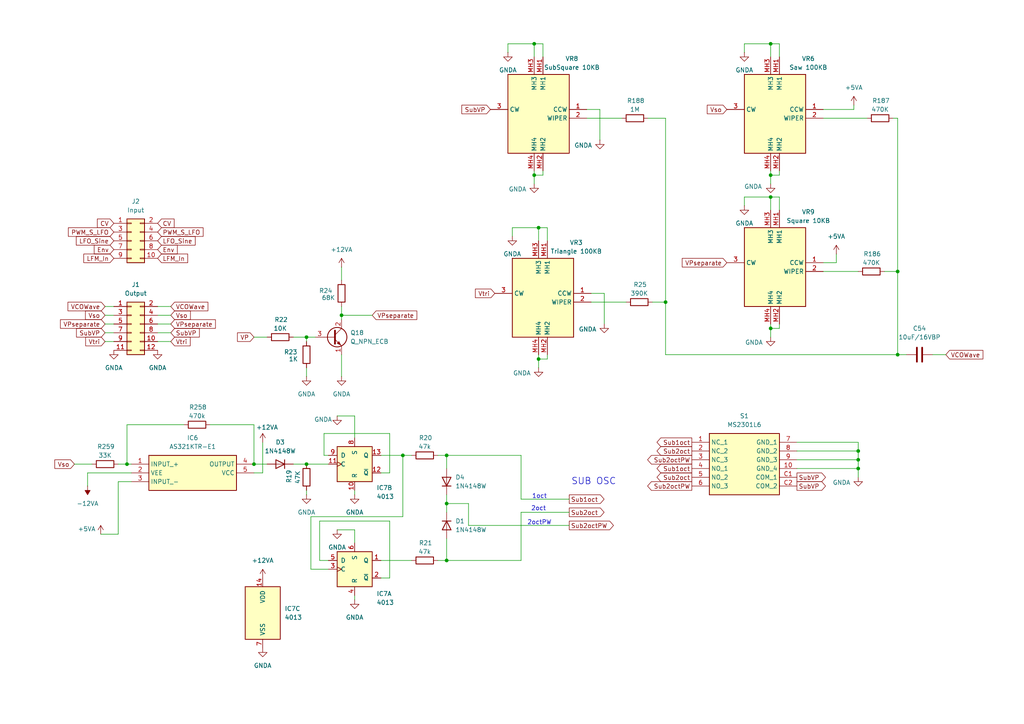
<source format=kicad_sch>
(kicad_sch (version 20250114) (generator "eeschema") (generator_version "9.0")
  (paper "A4")
  (lib_symbols
    (symbol "4xxx:4013" (pin_names (offset 1.016))
      (property "Reference" "U" (at -7.62 8.89 0))
      (property "Value" "4013" (at -7.62 -8.89 0))
      (symbol "4013_1_1"
        (rectangle (start -5.08 5.08) (end 5.08 -5.08) (stroke (width 0.254)) (fill (type background)))
        (pin input line (at -7.62 2.54 0) (length 2.54) (name "D") (number "5"))
        (pin input clock (at -7.62 0 0) (length 2.54) (name "C") (number "3"))
        (pin input line (at 0 7.62 270) (length 2.54) (name "S") (number "6"))
        (pin input line (at 0 -7.62 90) (length 2.54) (name "R") (number "4"))
        (pin output line (at 7.62 2.54 180) (length 2.54) (name "Q") (number "1"))
        (pin output line (at 7.62 -2.54 180) (length 2.54) (name "~{Q}") (number "2"))
      )
      (symbol "4013_2_1"
        (rectangle (start -5.08 5.08) (end 5.08 -5.08) (stroke (width 0.254)) (fill (type background)))
        (pin input line (at -7.62 2.54 0) (length 2.54) (name "D") (number "9"))
        (pin input clock (at -7.62 0 0) (length 2.54) (name "C") (number "11"))
        (pin input line (at 0 7.62 270) (length 2.54) (name "S") (number "8"))
        (pin input line (at 0 -7.62 90) (length 2.54) (name "R") (number "10"))
        (pin output line (at 7.62 2.54 180) (length 2.54) (name "Q") (number "13"))
        (pin output line (at 7.62 -2.54 180) (length 2.54) (name "~{Q}") (number "12"))
      )
      (symbol "4013_3_0"
        (pin power_in line (at 0 10.16 270) (length 2.54) (name "VDD") (number "14"))
        (pin power_in line (at 0 -10.16 90) (length 2.54) (name "VSS") (number "7"))
      )
      (symbol "4013_3_1"
        (rectangle (start -5.08 7.62) (end 5.08 -7.62) (stroke (width 0.254)) (fill (type background)))
      )
    )
    (symbol "Connector_Generic:Conn_02x05_Odd_Even" (pin_names (offset 1.016) (hide yes))
      (property "Reference" "J" (at 1.27 7.62 0))
      (property "Value" "Conn_02x05_Odd_Even" (at 1.27 -7.62 0))
      (symbol "Conn_02x05_Odd_Even_1_1"
        (rectangle (start -1.27 6.35) (end 3.81 -6.35) (stroke (width 0.254)) (fill (type background)))
        (rectangle (start -1.27 5.207) (end 0 4.953) (stroke (width 0.1524)))
        (rectangle (start -1.27 2.667) (end 0 2.413) (stroke (width 0.1524)))
        (rectangle (start -1.27 0.127) (end 0 -0.127) (stroke (width 0.1524)))
        (rectangle (start -1.27 -2.413) (end 0 -2.667) (stroke (width 0.1524)))
        (rectangle (start -1.27 -4.953) (end 0 -5.207) (stroke (width 0.1524)))
        (rectangle (start 3.81 5.207) (end 2.54 4.953) (stroke (width 0.1524)))
        (rectangle (start 3.81 2.667) (end 2.54 2.413) (stroke (width 0.1524)))
        (rectangle (start 3.81 0.127) (end 2.54 -0.127) (stroke (width 0.1524)))
        (rectangle (start 3.81 -2.413) (end 2.54 -2.667) (stroke (width 0.1524)))
        (rectangle (start 3.81 -4.953) (end 2.54 -5.207) (stroke (width 0.1524)))
        (pin passive line (at -5.08 5.08 0) (length 3.81) (name "Pin_1") (number "1"))
        (pin passive line (at -5.08 2.54 0) (length 3.81) (name "Pin_3") (number "3"))
        (pin passive line (at -5.08 0 0) (length 3.81) (name "Pin_5") (number "5"))
        (pin passive line (at -5.08 -2.54 0) (length 3.81) (name "Pin_7") (number "7"))
        (pin passive line (at -5.08 -5.08 0) (length 3.81) (name "Pin_9") (number "9"))
        (pin passive line (at 7.62 5.08 180) (length 3.81) (name "Pin_2") (number "2"))
        (pin passive line (at 7.62 2.54 180) (length 3.81) (name "Pin_4") (number "4"))
        (pin passive line (at 7.62 0 180) (length 3.81) (name "Pin_6") (number "6"))
        (pin passive line (at 7.62 -2.54 180) (length 3.81) (name "Pin_8") (number "8"))
        (pin passive line (at 7.62 -5.08 180) (length 3.81) (name "Pin_10") (number "10"))
      )
    )
    (symbol "Connector_Generic:Conn_02x06_Odd_Even" (pin_names (offset 1.016) (hide yes))
      (property "Reference" "J" (at 1.27 7.62 0))
      (property "Value" "Conn_02x06_Odd_Even" (at 1.27 -10.16 0))
      (symbol "Conn_02x06_Odd_Even_1_1"
        (rectangle (start -1.27 6.35) (end 3.81 -8.89) (stroke (width 0.254)) (fill (type background)))
        (rectangle (start -1.27 5.207) (end 0 4.953) (stroke (width 0.1524)))
        (rectangle (start -1.27 2.667) (end 0 2.413) (stroke (width 0.1524)))
        (rectangle (start -1.27 0.127) (end 0 -0.127) (stroke (width 0.1524)))
        (rectangle (start -1.27 -2.413) (end 0 -2.667) (stroke (width 0.1524)))
        (rectangle (start -1.27 -4.953) (end 0 -5.207) (stroke (width 0.1524)))
        (rectangle (start -1.27 -7.493) (end 0 -7.747) (stroke (width 0.1524)))
        (rectangle (start 3.81 5.207) (end 2.54 4.953) (stroke (width 0.1524)))
        (rectangle (start 3.81 2.667) (end 2.54 2.413) (stroke (width 0.1524)))
        (rectangle (start 3.81 0.127) (end 2.54 -0.127) (stroke (width 0.1524)))
        (rectangle (start 3.81 -2.413) (end 2.54 -2.667) (stroke (width 0.1524)))
        (rectangle (start 3.81 -4.953) (end 2.54 -5.207) (stroke (width 0.1524)))
        (rectangle (start 3.81 -7.493) (end 2.54 -7.747) (stroke (width 0.1524)))
        (pin passive line (at -5.08 5.08 0) (length 3.81) (name "Pin_1") (number "1"))
        (pin passive line (at -5.08 2.54 0) (length 3.81) (name "Pin_3") (number "3"))
        (pin passive line (at -5.08 0 0) (length 3.81) (name "Pin_5") (number "5"))
        (pin passive line (at -5.08 -2.54 0) (length 3.81) (name "Pin_7") (number "7"))
        (pin passive line (at -5.08 -5.08 0) (length 3.81) (name "Pin_9") (number "9"))
        (pin passive line (at -5.08 -7.62 0) (length 3.81) (name "Pin_11") (number "11"))
        (pin passive line (at 7.62 5.08 180) (length 3.81) (name "Pin_2") (number "2"))
        (pin passive line (at 7.62 2.54 180) (length 3.81) (name "Pin_4") (number "4"))
        (pin passive line (at 7.62 0 180) (length 3.81) (name "Pin_6") (number "6"))
        (pin passive line (at 7.62 -2.54 180) (length 3.81) (name "Pin_8") (number "8"))
        (pin passive line (at 7.62 -5.08 180) (length 3.81) (name "Pin_10") (number "10"))
        (pin passive line (at 7.62 -7.62 180) (length 3.81) (name "Pin_12") (number "12"))
      )
    )
    (symbol "Device:C" (pin_numbers (hide yes)) (pin_names (offset 0.254))
      (property "Reference" "C" (at 0.635 2.54 0))
      (property "Value" "C" (at 0.635 -2.54 0))
      (symbol "C_0_1"
        (polyline (pts (xy -2.032 0.762) (xy 2.032 0.762)) (stroke (width 0.508)))
        (polyline (pts (xy -2.032 -0.762) (xy 2.032 -0.762)) (stroke (width 0.508)))
      )
      (symbol "C_1_1"
        (pin passive line (at 0 3.81 270) (length 2.794) (name "~") (number "1"))
        (pin passive line (at 0 -3.81 90) (length 2.794) (name "~") (number "2"))
      )
    )
    (symbol "Device:R" (pin_numbers (hide yes)) (pin_names (offset 0))
      (property "Reference" "R" (at 2.032 0 90))
      (property "Value" "R" (at 0 0 90))
      (symbol "R_0_1"
        (rectangle (start -1.016 -2.54) (end 1.016 2.54) (stroke (width 0.254)))
      )
      (symbol "R_1_1"
        (pin passive line (at 0 3.81 270) (length 1.27) (name "~") (number "1"))
        (pin passive line (at 0 -3.81 90) (length 1.27) (name "~") (number "2"))
      )
    )
    (symbol "Diode:1N4148W" (pin_numbers (hide yes)) (pin_names (hide yes))
      (property "Reference" "D" (at 0 2.54 0))
      (property "Value" "1N4148W" (at 0 -2.54 0))
      (symbol "1N4148W_0_1"
        (polyline (pts (xy -1.27 1.27) (xy -1.27 -1.27)) (stroke (width 0.254)))
        (polyline (pts (xy 1.27 1.27) (xy 1.27 -1.27) (xy -1.27 0) (xy 1.27 1.27)) (stroke (width 0.254)))
        (polyline (pts (xy 1.27 0) (xy -1.27 0)))
      )
      (symbol "1N4148W_1_1"
        (pin passive line (at -3.81 0 0) (length 2.54) (name "K") (number "1"))
        (pin passive line (at 3.81 0 180) (length 2.54) (name "A") (number "2"))
      )
    )
    (symbol "SamacSys_Parts:AS321KTR-E1"
      (property "Reference" "D" (at 31.75 7.62 0))
      (property "Value" "AS321KTR-E1" (at 31.75 5.08 0))
      (symbol "AS321KTR-E1_1_1"
        (rectangle (start 5.08 2.54) (end 30.48 -7.62) (stroke (width 0.254)) (fill (type background)))
        (pin passive line (at 0 0 0) (length 5.08) (name "INPUT_+") (number "1"))
        (pin passive line (at 0 -2.54 0) (length 5.08) (name "VEE") (number "2"))
        (pin passive line (at 0 -5.08 0) (length 5.08) (name "INPUT_-") (number "3"))
        (pin passive line (at 35.56 0 180) (length 5.08) (name "OUTPUT") (number "4"))
        (pin passive line (at 35.56 -2.54 180) (length 5.08) (name "VCC") (number "5"))
      )
    )
    (symbol "SamacSys_Parts:MS2301L6"
      (property "Reference" "S" (at 26.67 7.62 0))
      (property "Value" "MS2301L6" (at 26.67 5.08 0))
      (symbol "MS2301L6_1_1"
        (rectangle (start 5.08 2.54) (end 25.4 -15.24) (stroke (width 0.254)) (fill (type background)))
        (pin passive line (at 0 0 0) (length 5.08) (name "NC_1") (number "1"))
        (pin passive line (at 0 -2.54 0) (length 5.08) (name "NC_2") (number "2"))
        (pin passive line (at 0 -5.08 0) (length 5.08) (name "NC_3") (number "3"))
        (pin passive line (at 0 -7.62 0) (length 5.08) (name "NO_1") (number "4"))
        (pin passive line (at 0 -10.16 0) (length 5.08) (name "NO_2") (number "5"))
        (pin passive line (at 0 -12.7 0) (length 5.08) (name "NO_3") (number "6"))
        (pin passive line (at 30.48 0 180) (length 5.08) (name "GND_1") (number "7"))
        (pin passive line (at 30.48 -2.54 180) (length 5.08) (name "GND_2") (number "8"))
        (pin passive line (at 30.48 -5.08 180) (length 5.08) (name "GND_3") (number "9"))
        (pin passive line (at 30.48 -7.62 180) (length 5.08) (name "GND_4") (number "10"))
        (pin passive line (at 30.48 -10.16 180) (length 5.08) (name "COM_1") (number "C1"))
        (pin passive line (at 30.48 -12.7 180) (length 5.08) (name "COM_2") (number "C2"))
      )
    )
    (symbol "SamacSys_Parts:PTA2043-2010CIB104"
      (property "Reference" "VR" (at 24.13 15.24 0))
      (property "Value" "PTA2043-2010CIB104" (at 24.13 12.7 0))
      (symbol "PTA2043-2010CIB104_1_1"
        (rectangle (start 5.08 10.16) (end 22.86 -12.7) (stroke (width 0.254)) (fill (type background)))
        (pin passive line (at 0 0 0) (length 5.08) (name "CCW") (number "1"))
        (pin passive line (at 0 -2.54 0) (length 5.08) (name "WIPER") (number "2"))
        (pin passive line (at 12.7 15.24 270) (length 5.08) (name "MH1") (number "MH1"))
        (pin passive line (at 12.7 -17.78 90) (length 5.08) (name "MH2") (number "MH2"))
        (pin passive line (at 15.24 15.24 270) (length 5.08) (name "MH3") (number "MH3"))
        (pin passive line (at 15.24 -17.78 90) (length 5.08) (name "MH4") (number "MH4"))
        (pin passive line (at 27.94 0 180) (length 5.08) (name "CW") (number "3"))
      )
    )
    (symbol "Transistor_BJT:Q_NPN_ECB" (pin_names (offset 0) (hide yes))
      (property "Reference" "Q" (at 5.08 1.27 0))
      (property "Value" "Q_NPN_ECB" (at 5.08 -1.27 0))
      (symbol "Q_NPN_ECB_0_1"
        (polyline (pts (xy -2.54 0) (xy 0.635 0)))
        (polyline (pts (xy 0.635 1.905) (xy 0.635 -1.905)) (stroke (width 0.508)))
        (circle (center 1.27 0) (radius 2.8194) (stroke (width 0.254)))
      )
      (symbol "Q_NPN_ECB_1_1"
        (polyline (pts (xy 0.635 0.635) (xy 2.54 2.54)))
        (polyline (pts (xy 0.635 -0.635) (xy 2.54 -2.54)))
        (polyline (pts (xy 1.27 -1.778) (xy 1.778 -1.27) (xy 2.286 -2.286) (xy 1.27 -1.778)) (fill (type outline)))
        (pin input line (at -5.08 0 0) (length 2.54) (name "B") (number "3"))
        (pin passive line (at 2.54 5.08 270) (length 2.54) (name "C") (number "2"))
        (pin passive line (at 2.54 -5.08 90) (length 2.54) (name "E") (number "1"))
      )
    )
    (symbol "power:+12VA" (power) (pin_numbers (hide yes)) (pin_names (offset 0) (hide yes))
      (property "Value" "+12VA" (at 0 3.556 0))
      (symbol "+12VA_0_1"
        (polyline (pts (xy -0.762 1.27) (xy 0 2.54)))
        (polyline (pts (xy 0 2.54) (xy 0.762 1.27)))
        (polyline (pts (xy 0 0) (xy 0 2.54)))
      )
      (symbol "+12VA_1_1"
        (pin power_in line (at 0 0 90) (length 0) (name "~") (number "1"))
      )
    )
    (symbol "power:+5VA" (power) (pin_numbers (hide yes)) (pin_names (offset 0) (hide yes))
      (property "Value" "+5VA" (at 0 3.556 0))
      (symbol "+5VA_0_1"
        (polyline (pts (xy -0.762 1.27) (xy 0 2.54)))
        (polyline (pts (xy 0 2.54) (xy 0.762 1.27)))
        (polyline (pts (xy 0 0) (xy 0 2.54)))
      )
      (symbol "+5VA_1_1"
        (pin power_in line (at 0 0 90) (length 0) (name "~") (number "1"))
      )
    )
    (symbol "power:-12VA" (power) (pin_numbers (hide yes)) (pin_names (offset 0) (hide yes))
      (property "Value" "-12VA" (at 0 3.556 0))
      (symbol "-12VA_0_0"
        (pin power_in line (at 0 0 90) (length 0) (name "~") (number "1"))
      )
      (symbol "-12VA_0_1"
        (polyline (pts (xy 0 0) (xy 0 1.27) (xy 0.762 1.27) (xy 0 2.54) (xy -0.762 1.27) (xy 0 1.27)) (fill (type outline)))
      )
    )
    (symbol "power:GNDA" (power) (pin_numbers (hide yes)) (pin_names (offset 0) (hide yes))
      (property "Value" "GNDA" (at 0 -3.81 0))
      (symbol "GNDA_0_1"
        (polyline (pts (xy 0 0) (xy 0 -1.27) (xy 1.27 -1.27) (xy 0 -2.54) (xy -1.27 -1.27) (xy 0 -1.27)))
      )
      (symbol "GNDA_1_1"
        (pin power_in line (at 0 0 270) (length 0) (name "~") (number "1"))
      )
    )
  )
  (text "1oct" (at 156.464 144.018 0) (effects (font (size 1.27 1.27))))
  (text "SUB OSC" (at 172.212 139.7 0) (effects (font (size 1.905 1.905))))
  (text "2octPW" (at 156.464 151.638 0) (effects (font (size 1.27 1.27))))
  (text "2oct" (at 156.21 147.574 0) (effects (font (size 1.27 1.27))))
  (junction (at 248.92 130.81))
  (junction (at 223.52 50.8))
  (junction (at 156.21 66.04))
  (junction (at 223.52 95.25))
  (junction (at 154.94 50.8))
  (junction (at 223.52 57.15))
  (junction (at 248.92 133.35))
  (junction (at 73.66 134.62))
  (junction (at 156.21 104.14))
  (junction (at 129.54 162.56))
  (junction (at 248.92 135.89))
  (junction (at 129.54 132.08))
  (junction (at 223.52 12.7))
  (junction (at 154.94 12.7))
  (junction (at 36.83 134.62))
  (junction (at 88.9 134.62))
  (junction (at 88.9 97.79))
  (junction (at 129.54 146.05))
  (junction (at 193.04 87.63))
  (junction (at 260.35 78.74))
  (junction (at 260.35 102.87))
  (junction (at 99.06 91.44))
  (junction (at 116.84 132.08))
  (wire (pts (xy 129.54 132.08) (xy 129.54 135.89)))
  (wire (pts (xy 49.53 99.06) (xy 45.72 99.06)))
  (wire (pts (xy 156.21 102.87) (xy 156.21 104.14)))
  (wire (pts (xy 226.06 57.15) (xy 226.06 60.96)))
  (wire (pts (xy 223.52 93.98) (xy 223.52 95.25)))
  (wire (pts (xy 223.52 95.25) (xy 226.06 95.25)))
  (wire (pts (xy 129.54 162.56) (xy 127 162.56)))
  (wire (pts (xy 158.75 104.14) (xy 158.75 102.87)))
  (wire (pts (xy 30.48 93.98) (xy 33.02 93.98)))
  (wire (pts (xy 231.14 135.89) (xy 248.92 135.89)))
  (wire (pts (xy 85.09 134.62) (xy 88.9 134.62)))
  (wire (pts (xy 223.52 50.8) (xy 223.52 53.34)))
  (wire (pts (xy 116.84 132.08) (xy 119.38 132.08)))
  (wire (pts (xy 226.06 50.8) (xy 226.06 49.53)))
  (wire (pts (xy 76.2 137.16) (xy 73.66 137.16)))
  (wire (pts (xy 158.75 66.04) (xy 158.75 69.85)))
  (wire (pts (xy 34.29 139.7) (xy 38.1 139.7)))
  (wire (pts (xy 248.92 128.27) (xy 248.92 130.81)))
  (wire (pts (xy 49.53 96.52) (xy 45.72 96.52)))
  (wire (pts (xy 223.52 57.15) (xy 223.52 60.96)))
  (wire (pts (xy 102.87 172.72) (xy 102.87 173.99)))
  (wire (pts (xy 99.06 91.44) (xy 107.95 91.44)))
  (wire (pts (xy 135.89 152.4) (xy 135.89 146.05)))
  (wire (pts (xy 30.48 96.52) (xy 33.02 96.52)))
  (wire (pts (xy 151.13 148.59) (xy 165.1 148.59)))
  (wire (pts (xy 173.99 31.75) (xy 173.99 40.64)))
  (wire (pts (xy 157.48 12.7) (xy 157.48 16.51)))
  (wire (pts (xy 248.92 133.35) (xy 248.92 135.89)))
  (wire (pts (xy 223.52 57.15) (xy 226.06 57.15)))
  (wire (pts (xy 256.54 78.74) (xy 260.35 78.74)))
  (wire (pts (xy 171.45 85.09) (xy 175.26 85.09)))
  (wire (pts (xy 189.23 87.63) (xy 193.04 87.63)))
  (wire (pts (xy 88.9 106.68) (xy 88.9 109.22)))
  (wire (pts (xy 156.21 104.14) (xy 156.21 106.68)))
  (wire (pts (xy 154.94 12.7) (xy 154.94 16.51)))
  (wire (pts (xy 113.03 151.13) (xy 92.71 151.13)))
  (wire (pts (xy 223.52 50.8) (xy 226.06 50.8)))
  (wire (pts (xy 30.48 88.9) (xy 33.02 88.9)))
  (wire (pts (xy 92.71 162.56) (xy 95.25 162.56)))
  (wire (pts (xy 231.14 133.35) (xy 248.92 133.35)))
  (wire (pts (xy 215.9 12.7) (xy 223.52 12.7)))
  (wire (pts (xy 147.32 15.24) (xy 147.32 12.7)))
  (wire (pts (xy 154.94 12.7) (xy 157.48 12.7)))
  (wire (pts (xy 231.14 128.27) (xy 248.92 128.27)))
  (wire (pts (xy 90.17 165.1) (xy 95.25 165.1)))
  (wire (pts (xy 231.14 130.81) (xy 248.92 130.81)))
  (wire (pts (xy 151.13 144.78) (xy 165.1 144.78)))
  (wire (pts (xy 25.4 137.16) (xy 25.4 140.97)))
  (wire (pts (xy 73.66 97.79) (xy 77.47 97.79)))
  (wire (pts (xy 270.51 102.87) (xy 274.32 102.87)))
  (wire (pts (xy 116.84 132.08) (xy 116.84 149.86)))
  (wire (pts (xy 38.1 137.16) (xy 25.4 137.16)))
  (wire (pts (xy 36.83 134.62) (xy 38.1 134.62)))
  (wire (pts (xy 21.59 134.62) (xy 26.67 134.62)))
  (wire (pts (xy 73.66 123.19) (xy 73.66 134.62)))
  (wire (pts (xy 34.29 134.62) (xy 36.83 134.62)))
  (wire (pts (xy 92.71 151.13) (xy 92.71 162.56)))
  (wire (pts (xy 238.76 76.2) (xy 242.57 76.2)))
  (wire (pts (xy 260.35 78.74) (xy 260.35 102.87)))
  (wire (pts (xy 148.59 66.04) (xy 156.21 66.04)))
  (wire (pts (xy 110.49 167.64) (xy 113.03 167.64)))
  (wire (pts (xy 154.94 50.8) (xy 154.94 53.34)))
  (wire (pts (xy 85.09 97.79) (xy 88.9 97.79)))
  (wire (pts (xy 30.48 91.44) (xy 33.02 91.44)))
  (wire (pts (xy 49.53 93.98) (xy 45.72 93.98)))
  (wire (pts (xy 102.87 153.67) (xy 102.87 157.48)))
  (wire (pts (xy 113.03 167.64) (xy 113.03 151.13)))
  (wire (pts (xy 148.59 68.58) (xy 148.59 66.04)))
  (wire (pts (xy 102.87 120.65) (xy 102.87 127)))
  (wire (pts (xy 97.79 153.67) (xy 102.87 153.67)))
  (wire (pts (xy 242.57 76.2) (xy 242.57 73.66)))
  (wire (pts (xy 147.32 12.7) (xy 154.94 12.7)))
  (wire (pts (xy 129.54 132.08) (xy 151.13 132.08)))
  (wire (pts (xy 49.53 88.9) (xy 45.72 88.9)))
  (wire (pts (xy 187.96 34.29) (xy 193.04 34.29)))
  (wire (pts (xy 238.76 34.29) (xy 251.46 34.29)))
  (wire (pts (xy 260.35 102.87) (xy 262.89 102.87)))
  (wire (pts (xy 88.9 97.79) (xy 88.9 99.06)))
  (wire (pts (xy 193.04 102.87) (xy 260.35 102.87)))
  (wire (pts (xy 247.65 30.48) (xy 247.65 31.75)))
  (wire (pts (xy 60.96 123.19) (xy 73.66 123.19)))
  (wire (pts (xy 151.13 162.56) (xy 151.13 148.59)))
  (wire (pts (xy 110.49 162.56) (xy 119.38 162.56)))
  (wire (pts (xy 223.52 12.7) (xy 226.06 12.7)))
  (wire (pts (xy 129.54 156.21) (xy 129.54 162.56)))
  (wire (pts (xy 88.9 97.79) (xy 91.44 97.79)))
  (wire (pts (xy 99.06 102.87) (xy 99.06 109.22)))
  (wire (pts (xy 88.9 142.24) (xy 88.9 143.51)))
  (wire (pts (xy 170.18 34.29) (xy 180.34 34.29)))
  (wire (pts (xy 129.54 146.05) (xy 129.54 148.59)))
  (wire (pts (xy 165.1 152.4) (xy 135.89 152.4)))
  (wire (pts (xy 129.54 162.56) (xy 151.13 162.56)))
  (wire (pts (xy 238.76 78.74) (xy 248.92 78.74)))
  (wire (pts (xy 156.21 104.14) (xy 158.75 104.14)))
  (wire (pts (xy 36.83 134.62) (xy 36.83 123.19)))
  (wire (pts (xy 248.92 135.89) (xy 248.92 138.43)))
  (wire (pts (xy 30.48 99.06) (xy 33.02 99.06)))
  (wire (pts (xy 156.21 66.04) (xy 158.75 66.04)))
  (wire (pts (xy 99.06 91.44) (xy 99.06 92.71)))
  (wire (pts (xy 175.26 85.09) (xy 175.26 93.98)))
  (wire (pts (xy 116.84 149.86) (xy 90.17 149.86)))
  (wire (pts (xy 93.98 125.73) (xy 93.98 132.08)))
  (wire (pts (xy 97.79 120.65) (xy 102.87 120.65)))
  (wire (pts (xy 260.35 34.29) (xy 260.35 78.74)))
  (wire (pts (xy 157.48 50.8) (xy 157.48 49.53)))
  (wire (pts (xy 226.06 95.25) (xy 226.06 93.98)))
  (wire (pts (xy 156.21 66.04) (xy 156.21 69.85)))
  (wire (pts (xy 248.92 130.81) (xy 248.92 133.35)))
  (wire (pts (xy 88.9 134.62) (xy 95.25 134.62)))
  (wire (pts (xy 102.87 142.24) (xy 102.87 143.51)))
  (wire (pts (xy 171.45 87.63) (xy 181.61 87.63)))
  (wire (pts (xy 223.52 95.25) (xy 223.52 97.79)))
  (wire (pts (xy 76.2 128.27) (xy 76.2 137.16)))
  (wire (pts (xy 223.52 49.53) (xy 223.52 50.8)))
  (wire (pts (xy 99.06 77.47) (xy 99.06 81.28)))
  (wire (pts (xy 215.9 15.24) (xy 215.9 12.7)))
  (wire (pts (xy 170.18 31.75) (xy 173.99 31.75)))
  (wire (pts (xy 154.94 49.53) (xy 154.94 50.8)))
  (wire (pts (xy 135.89 146.05) (xy 129.54 146.05)))
  (wire (pts (xy 129.54 143.51) (xy 129.54 146.05)))
  (wire (pts (xy 226.06 12.7) (xy 226.06 16.51)))
  (wire (pts (xy 110.49 137.16) (xy 113.03 137.16)))
  (wire (pts (xy 93.98 132.08) (xy 95.25 132.08)))
  (wire (pts (xy 223.52 12.7) (xy 223.52 16.51)))
  (wire (pts (xy 73.66 134.62) (xy 77.47 134.62)))
  (wire (pts (xy 127 132.08) (xy 129.54 132.08)))
  (wire (pts (xy 247.65 31.75) (xy 238.76 31.75)))
  (wire (pts (xy 193.04 34.29) (xy 193.04 87.63)))
  (wire (pts (xy 215.9 57.15) (xy 223.52 57.15)))
  (wire (pts (xy 151.13 132.08) (xy 151.13 144.78)))
  (wire (pts (xy 154.94 50.8) (xy 157.48 50.8)))
  (wire (pts (xy 113.03 137.16) (xy 113.03 125.73)))
  (wire (pts (xy 90.17 149.86) (xy 90.17 165.1)))
  (wire (pts (xy 49.53 91.44) (xy 45.72 91.44)))
  (wire (pts (xy 36.83 123.19) (xy 53.34 123.19)))
  (wire (pts (xy 29.21 154.94) (xy 34.29 154.94)))
  (wire (pts (xy 99.06 88.9) (xy 99.06 91.44)))
  (wire (pts (xy 110.49 132.08) (xy 116.84 132.08)))
  (wire (pts (xy 34.29 154.94) (xy 34.29 139.7)))
  (wire (pts (xy 259.08 34.29) (xy 260.35 34.29)))
  (wire (pts (xy 113.03 125.73) (xy 93.98 125.73)))
  (wire (pts (xy 193.04 87.63) (xy 193.04 102.87)))
  (wire (pts (xy 215.9 59.69) (xy 215.9 57.15)))
  (global_label "LFM_In" (shape input) (at 45.72 74.93 0) (property "Intersheetrefs" "${INTERSHEET_REFS}" (effects (hide yes))))
  (global_label "SubVP" (shape input) (at 49.53 96.52 0) (property "Intersheetrefs" "${INTERSHEET_REFS}" (effects (hide yes))))
  (global_label "VPseparate" (shape input) (at 210.82 76.2 180) (property "Intersheetrefs" "${INTERSHEET_REFS}" (effects (hide yes))))
  (global_label "LFO_Sine" (shape input) (at 33.02 69.85 180) (property "Intersheetrefs" "${INTERSHEET_REFS}" (effects (hide yes))))
  (global_label "Sub2octPW" (shape output) (at 200.66 140.97 180) (property "Intersheetrefs" "${INTERSHEET_REFS}" (effects (hide yes))))
  (global_label "Env" (shape input) (at 33.02 72.39 180) (property "Intersheetrefs" "${INTERSHEET_REFS}" (effects (hide yes))))
  (global_label "Sub2oct" (shape output) (at 165.1 148.59 0) (property "Intersheetrefs" "${INTERSHEET_REFS}" (effects (hide yes))))
  (global_label "CV" (shape input) (at 45.72 64.77 0) (property "Intersheetrefs" "${INTERSHEET_REFS}" (effects (hide yes))))
  (global_label "PWM_S_LFO" (shape input) (at 33.02 67.31 180) (property "Intersheetrefs" "${INTERSHEET_REFS}" (effects (hide yes))))
  (global_label "PWM_S_LFO" (shape input) (at 45.72 67.31 0) (property "Intersheetrefs" "${INTERSHEET_REFS}" (effects (hide yes))))
  (global_label "VCOWave" (shape input) (at 274.32 102.87 0) (property "Intersheetrefs" "${INTERSHEET_REFS}" (effects (hide yes))))
  (global_label "SubVP" (shape output) (at 231.14 138.43 0) (property "Intersheetrefs" "${INTERSHEET_REFS}" (effects (hide yes))))
  (global_label "VPseparate" (shape input) (at 107.95 91.44 0) (property "Intersheetrefs" "${INTERSHEET_REFS}" (effects (hide yes))))
  (global_label "Sub1oct" (shape output) (at 165.1 144.78 0) (property "Intersheetrefs" "${INTERSHEET_REFS}" (effects (hide yes))))
  (global_label "CV" (shape input) (at 33.02 64.77 180) (property "Intersheetrefs" "${INTERSHEET_REFS}" (effects (hide yes))))
  (global_label "Sub2oct" (shape output) (at 200.66 138.43 180) (property "Intersheetrefs" "${INTERSHEET_REFS}" (effects (hide yes))))
  (global_label "VP" (shape input) (at 73.66 97.79 180) (property "Intersheetrefs" "${INTERSHEET_REFS}" (effects (hide yes))))
  (global_label "VCOWave" (shape input) (at 49.53 88.9 0) (property "Intersheetrefs" "${INTERSHEET_REFS}" (effects (hide yes))))
  (global_label "SubVP" (shape output) (at 231.14 140.97 0) (property "Intersheetrefs" "${INTERSHEET_REFS}" (effects (hide yes))))
  (global_label "Vso" (shape input) (at 21.59 134.62 180) (property "Intersheetrefs" "${INTERSHEET_REFS}" (effects (hide yes))))
  (global_label "Sub2octPW" (shape output) (at 200.66 133.35 180) (property "Intersheetrefs" "${INTERSHEET_REFS}" (effects (hide yes))))
  (global_label "Sub1oct" (shape output) (at 200.66 135.89 180) (property "Intersheetrefs" "${INTERSHEET_REFS}" (effects (hide yes))))
  (global_label "LFO_Sine" (shape input) (at 45.72 69.85 0) (property "Intersheetrefs" "${INTERSHEET_REFS}" (effects (hide yes))))
  (global_label "Env" (shape input) (at 45.72 72.39 0) (property "Intersheetrefs" "${INTERSHEET_REFS}" (effects (hide yes))))
  (global_label "VPseparate" (shape input) (at 30.48 93.98 180) (property "Intersheetrefs" "${INTERSHEET_REFS}" (effects (hide yes))))
  (global_label "Vtri" (shape input) (at 30.48 99.06 180) (property "Intersheetrefs" "${INTERSHEET_REFS}" (effects (hide yes))))
  (global_label "VPseparate" (shape input) (at 49.53 93.98 0) (property "Intersheetrefs" "${INTERSHEET_REFS}" (effects (hide yes))))
  (global_label "Sub2octPW" (shape output) (at 165.1 152.4 0) (property "Intersheetrefs" "${INTERSHEET_REFS}" (effects (hide yes))))
  (global_label "Sub2oct" (shape output) (at 200.66 130.81 180) (property "Intersheetrefs" "${INTERSHEET_REFS}" (effects (hide yes))))
  (global_label "Vtri" (shape input) (at 49.53 99.06 0) (property "Intersheetrefs" "${INTERSHEET_REFS}" (effects (hide yes))))
  (global_label "SubVP" (shape input) (at 30.48 96.52 180) (property "Intersheetrefs" "${INTERSHEET_REFS}" (effects (hide yes))))
  (global_label "Sub1oct" (shape output) (at 200.66 128.27 180) (property "Intersheetrefs" "${INTERSHEET_REFS}" (effects (hide yes))))
  (global_label "SubVP" (shape input) (at 142.24 31.75 180) (property "Intersheetrefs" "${INTERSHEET_REFS}" (effects (hide yes))))
  (global_label "VCOWave" (shape input) (at 30.48 88.9 180) (property "Intersheetrefs" "${INTERSHEET_REFS}" (effects (hide yes))))
  (global_label "Vso" (shape input) (at 30.48 91.44 180) (property "Intersheetrefs" "${INTERSHEET_REFS}" (effects (hide yes))))
  (global_label "Vtri" (shape input) (at 143.51 85.09 180) (property "Intersheetrefs" "${INTERSHEET_REFS}" (effects (hide yes))))
  (global_label "LFM_In" (shape input) (at 33.02 74.93 180) (property "Intersheetrefs" "${INTERSHEET_REFS}" (effects (hide yes))))
  (global_label "Vso" (shape input) (at 210.82 31.75 180) (property "Intersheetrefs" "${INTERSHEET_REFS}" (effects (hide yes))))
  (global_label "Vso" (shape input) (at 49.53 91.44 0) (property "Intersheetrefs" "${INTERSHEET_REFS}" (effects (hide yes))))
  (symbol (lib_id "Diode:1N4148W") (at 129.54 152.4 270) (unit 1)
    (property "Reference" "D1" (at 132.08 151.1299 90) (effects (justify left)))
    (property "Value" "1N4148W" (at 132.08 153.6699 90) (effects (justify left)))
    (property "Footprint" "Diode_SMD:D_SOD-123" (effects (hide yes)))
    (property "Datasheet" "https://www.vishay.com/docs/85748/1n4148w.pdf" (effects (hide yes)))
    (property "Description" "75V 0.15A Fast Switching Diode, SOD-123" (effects (hide yes)))
    (property "Sim.Device" "D" (effects (hide yes)))
    (property "Sim.Pins" "1=K 2=A" (effects (hide yes)))
  )
  (symbol (lib_id "Connector_Generic:Conn_02x06_Odd_Even") (at 38.1 93.98 0) (unit 1)
    (property "Reference" "J1" (at 39.37 82.55 0))
    (property "Value" "Output" (at 39.37 85.09 0))
    (property "Footprint" "Connector_PinSocket_2.54mm:PinSocket_2x06_P2.54mm_Vertical" (effects (hide yes)))
    (property "Description" "Generic connector, double row, 02x06, odd/even pin numbering scheme (row 1 odd numbers, row 2 even numbers), script generated (kicad-library-utils/schlib/autogen/connector/)" (effects (hide yes)))
  )
  (symbol (lib_id "power:GNDA") (at 175.26 93.98 0) (unit 1)
    (property "Reference" "#PWR025" (effects (hide yes)))
    (property "Value" "GNDA" (at 170.434 95.504 0))
    (property "Description" "Power symbol creates a global label with name \"GNDA\" , analog ground" (effects (hide yes)))
  )
  (symbol (lib_id "power:GNDA") (at 45.72 101.6 0) (unit 1)
    (property "Reference" "#PWR085" (effects (hide yes)))
    (property "Value" "GNDA" (at 45.72 106.68 0))
    (property "Description" "Power symbol creates a global label with name \"GNDA\" , analog ground" (effects (hide yes)))
  )
  (symbol (lib_id "power:GNDA") (at 156.21 106.68 0) (unit 1)
    (property "Reference" "#PWR02" (effects (hide yes)))
    (property "Value" "GNDA" (at 151.384 108.204 0))
    (property "Description" "Power symbol creates a global label with name \"GNDA\" , analog ground" (effects (hide yes)))
  )
  (symbol (lib_id "SamacSys_Parts:PTA2043-2010CIB104") (at 238.76 76.2 0) (mirror y) (unit 1)
    (property "Reference" "VR9" (at 234.442 61.468 0))
    (property "Value" "Square 10KB" (at 234.442 64.008 0))
    (property "Footprint" "SamacSys_parts:PTA20432010CIB104" (effects (hide yes)))
    (property "Datasheet" "https://www.bourns.com/docs/Product-Datasheets/pta.pdf" (effects (hide yes)))
    (property "Description" "100 kOhms 0.1W, 1/10W Through Hole Slide Potentiometer Top Adjustment Type" (effects (hide yes)))
    (property "Height" "26.5" (effects (hide yes)))
    (property "Manufacturer_Name" "Bourns" (effects (hide yes)))
    (property "Manufacturer_Part_Number" "PTA2043-2010CIB104" (effects (hide yes)))
    (property "Mouser Part Number" "652-PTA2432010CIB104" (effects (hide yes)))
    (property "Mouser Price/Stock" "https://www.mouser.co.uk/ProductDetail/Bourns/PTA2043-2010CIB104?qs=QARuOjD9jaHYsv9Jo8DrWA%3D%3D" (effects (hide yes)))
    (property "Arrow Part Number" "PTA2043-2010CIB104" (effects (hide yes)))
    (property "Arrow Price/Stock" "https://www.arrow.com/en/products/pta2043-2010cib104/bourns?utm_currency=USD&region=nac" (effects (hide yes)))
  )
  (symbol (lib_id "Device:R") (at 123.19 162.56 90) (unit 1)
    (property "Reference" "R21" (at 123.444 157.48 90))
    (property "Value" "47k" (at 123.19 160.02 90))
    (property "Footprint" "Resistor_THT:R_Axial_DIN0207_L6.3mm_D2.5mm_P2.54mm_Vertical" (effects (hide yes)))
    (property "Description" "Resistor" (effects (hide yes)))
  )
  (symbol (lib_id "power:+5VA") (at 242.57 73.66 0) (unit 1)
    (property "Reference" "#PWR091" (effects (hide yes)))
    (property "Value" "+5VA" (at 242.57 68.58 0))
    (property "Description" "Power symbol creates a global label with name \"+5VA\"" (effects (hide yes)))
  )
  (symbol (lib_id "power:+12VA") (at 76.2 128.27 0) (unit 1)
    (property "Reference" "#PWR077" (effects (hide yes)))
    (property "Value" "+12VA" (at 77.47 123.952 0))
    (property "Description" "Power symbol creates a global label with name \"+12VA\"" (effects (hide yes)))
  )
  (symbol (lib_id "power:GNDA") (at 97.79 120.65 0) (unit 1)
    (property "Reference" "#PWR086" (effects (hide yes)))
    (property "Value" "GNDA" (at 93.726 121.666 0))
    (property "Description" "Power symbol creates a global label with name \"GNDA\" , analog ground" (effects (hide yes)))
  )
  (symbol (lib_id "Connector_Generic:Conn_02x05_Odd_Even") (at 38.1 69.85 0) (unit 1)
    (property "Reference" "J2" (at 39.37 58.42 0))
    (property "Value" "Input" (at 39.37 60.96 0))
    (property "Footprint" "Connector_PinSocket_2.54mm:PinSocket_2x05_P2.54mm_Vertical" (effects (hide yes)))
    (property "Description" "Generic connector, double row, 02x05, odd/even pin numbering scheme (row 1 odd numbers, row 2 even numbers), script generated (kicad-library-utils/schlib/autogen/connector/)" (effects (hide yes)))
  )
  (symbol (lib_id "Device:R") (at 88.9 102.87 180) (unit 1)
    (property "Reference" "R23" (at 84.328 102.108 0))
    (property "Value" "1K" (at 85.09 104.14 0))
    (property "Footprint" "Resistor_THT:R_Axial_DIN0207_L6.3mm_D2.5mm_P2.54mm_Vertical" (effects (hide yes)))
    (property "Description" "Resistor" (effects (hide yes)))
  )
  (symbol (lib_id "power:GNDA") (at 99.06 109.22 0) (unit 1)
    (property "Reference" "#PWR095" (effects (hide yes)))
    (property "Value" "GNDA" (at 99.06 114.3 0))
    (property "Description" "Power symbol creates a global label with name \"GNDA\" , analog ground" (effects (hide yes)))
  )
  (symbol (lib_id "power:+12VA") (at 76.2 167.64 0) (unit 1)
    (property "Reference" "#PWR078" (effects (hide yes)))
    (property "Value" "+12VA" (at 76.2 162.56 0))
    (property "Description" "Power symbol creates a global label with name \"+12VA\"" (effects (hide yes)))
  )
  (symbol (lib_id "power:GNDA") (at 223.52 97.79 0) (unit 1)
    (property "Reference" "#PWR083" (effects (hide yes)))
    (property "Value" "GNDA" (at 218.694 99.314 0))
    (property "Description" "Power symbol creates a global label with name \"GNDA\" , analog ground" (effects (hide yes)))
  )
  (symbol (lib_id "power:GNDA") (at 88.9 109.22 0) (unit 1)
    (property "Reference" "#PWR093" (effects (hide yes)))
    (property "Value" "GNDA" (at 88.9 114.3 0))
    (property "Description" "Power symbol creates a global label with name \"GNDA\" , analog ground" (effects (hide yes)))
  )
  (symbol (lib_id "power:GNDA") (at 148.59 68.58 0) (unit 1)
    (property "Reference" "#PWR01" (effects (hide yes)))
    (property "Value" "GNDA" (at 148.59 73.66 0))
    (property "Description" "Power symbol creates a global label with name \"GNDA\" , analog ground" (effects (hide yes)))
  )
  (symbol (lib_id "Device:R") (at 123.19 132.08 90) (unit 1)
    (property "Reference" "R20" (at 123.444 127 90))
    (property "Value" "47k" (at 123.19 129.54 90))
    (property "Footprint" "Resistor_THT:R_Axial_DIN0207_L6.3mm_D2.5mm_P2.54mm_Vertical" (effects (hide yes)))
    (property "Description" "Resistor" (effects (hide yes)))
  )
  (symbol (lib_id "4xxx:4013") (at 102.87 165.1 0) (unit 1)
    (property "Reference" "IC7" (at 109.22 172.212 0) (effects (justify left)))
    (property "Value" "4013" (at 109.22 174.752 0) (effects (justify left)))
    (property "Footprint" "Package_SO:SOIC-14_3.9x8.7mm_P1.27mm" (effects (hide yes)))
    (property "Datasheet" "http://www.onsemi.com/pub/Collateral/MC14013B-D.PDF" (effects (hide yes)))
    (property "Description" "Dual D  FlipFlop, Set & reset" (effects (hide yes)))
  )
  (symbol (lib_id "Transistor_BJT:Q_NPN_ECB") (at 96.52 97.79 0) (unit 1)
    (property "Reference" "Q18" (at 101.6 96.5199 0) (effects (justify left)))
    (property "Value" "Q_NPN_ECB" (at 101.6 99.0599 0) (effects (justify left)))
    (property "Footprint" "Package_TO_SOT_THT:TO-92_HandSolder" (effects (hide yes)))
    (property "Description" "NPN transistor, emitter/collector/base" (effects (hide yes)))
  )
  (symbol (lib_id "Device:R") (at 185.42 87.63 90) (unit 1)
    (property "Reference" "R25" (at 185.674 82.55 90))
    (property "Value" "390K" (at 185.42 85.09 90))
    (property "Footprint" "Resistor_THT:R_Axial_DIN0207_L6.3mm_D2.5mm_P2.54mm_Vertical" (effects (hide yes)))
    (property "Description" "Resistor" (effects (hide yes)))
  )
  (symbol (lib_id "power:-12VA") (at 25.4 140.97 180) (unit 1)
    (property "Reference" "#PWR072" (effects (hide yes)))
    (property "Value" "-12VA" (at 25.4 146.05 0))
    (property "Description" "Power symbol creates a global label with name \"-12VA\"" (effects (hide yes)))
  )
  (symbol (lib_id "4xxx:4013") (at 102.87 134.62 0) (unit 2)
    (property "Reference" "IC7" (at 109.22 141.478 0) (effects (justify left)))
    (property "Value" "4013" (at 109.22 144.018 0) (effects (justify left)))
    (property "Footprint" "Package_SO:SOIC-14_3.9x8.7mm_P1.27mm" (effects (hide yes)))
    (property "Datasheet" "http://www.onsemi.com/pub/Collateral/MC14013B-D.PDF" (effects (hide yes)))
    (property "Description" "Dual D  FlipFlop, Set & reset" (effects (hide yes)))
  )
  (symbol (lib_id "power:GNDA") (at 215.9 59.69 0) (unit 1)
    (property "Reference" "#PWR081" (effects (hide yes)))
    (property "Value" "GNDA" (at 215.9 64.77 0))
    (property "Description" "Power symbol creates a global label with name \"GNDA\" , analog ground" (effects (hide yes)))
  )
  (symbol (lib_id "Diode:1N4148W") (at 81.28 134.62 180) (unit 1)
    (property "Reference" "D3" (at 81.28 128.27 0))
    (property "Value" "1N4148W" (at 81.28 130.81 0))
    (property "Footprint" "Diode_SMD:D_SOD-123" (effects (hide yes)))
    (property "Datasheet" "https://www.vishay.com/docs/85748/1n4148w.pdf" (effects (hide yes)))
    (property "Description" "75V 0.15A Fast Switching Diode, SOD-123" (effects (hide yes)))
    (property "Sim.Device" "D" (effects (hide yes)))
    (property "Sim.Pins" "1=K 2=A" (effects (hide yes)))
  )
  (symbol (lib_id "Device:R") (at 184.15 34.29 90) (unit 1)
    (property "Reference" "R188" (at 184.404 29.21 90))
    (property "Value" "1M" (at 184.15 31.75 90))
    (property "Footprint" "Resistor_THT:R_Axial_DIN0207_L6.3mm_D2.5mm_P2.54mm_Vertical" (effects (hide yes)))
    (property "Description" "Resistor" (effects (hide yes)))
  )
  (symbol (lib_id "Device:R") (at 255.27 34.29 90) (unit 1)
    (property "Reference" "R187" (at 255.524 29.21 90))
    (property "Value" "470K" (at 255.27 31.75 90))
    (property "Footprint" "Resistor_THT:R_Axial_DIN0207_L6.3mm_D2.5mm_P2.54mm_Vertical" (effects (hide yes)))
    (property "Description" "Resistor" (effects (hide yes)))
  )
  (symbol (lib_id "Diode:1N4148W") (at 129.54 139.7 90) (unit 1)
    (property "Reference" "D4" (at 132.08 138.4299 90) (effects (justify right)))
    (property "Value" "1N4148W" (at 132.08 140.9699 90) (effects (justify right)))
    (property "Footprint" "Diode_SMD:D_SOD-123" (effects (hide yes)))
    (property "Datasheet" "https://www.vishay.com/docs/85748/1n4148w.pdf" (effects (hide yes)))
    (property "Description" "75V 0.15A Fast Switching Diode, SOD-123" (effects (hide yes)))
    (property "Sim.Device" "D" (effects (hide yes)))
    (property "Sim.Pins" "1=K 2=A" (effects (hide yes)))
  )
  (symbol (lib_id "Device:R") (at 252.73 78.74 90) (unit 1)
    (property "Reference" "R186" (at 252.984 73.66 90))
    (property "Value" "470K" (at 252.73 76.2 90))
    (property "Footprint" "Resistor_THT:R_Axial_DIN0207_L6.3mm_D2.5mm_P2.54mm_Vertical" (effects (hide yes)))
    (property "Description" "Resistor" (effects (hide yes)))
  )
  (symbol (lib_id "power:GNDA") (at 33.02 101.6 0) (unit 1)
    (property "Reference" "#PWR082" (effects (hide yes)))
    (property "Value" "GNDA" (at 33.02 106.68 0))
    (property "Description" "Power symbol creates a global label with name \"GNDA\" , analog ground" (effects (hide yes)))
  )
  (symbol (lib_id "SamacSys_Parts:PTA2043-2010CIB104") (at 170.18 31.75 0) (mirror y) (unit 1)
    (property "Reference" "VR8" (at 165.862 17.018 0))
    (property "Value" "SubSquare 10KB" (at 165.862 19.558 0))
    (property "Footprint" "SamacSys_parts:PTA20432010CIB104" (effects (hide yes)))
    (property "Datasheet" "https://www.bourns.com/docs/Product-Datasheets/pta.pdf" (effects (hide yes)))
    (property "Description" "100 kOhms 0.1W, 1/10W Through Hole Slide Potentiometer Top Adjustment Type" (effects (hide yes)))
    (property "Height" "26.5" (effects (hide yes)))
    (property "Manufacturer_Name" "Bourns" (effects (hide yes)))
    (property "Manufacturer_Part_Number" "PTA2043-2010CIB104" (effects (hide yes)))
    (property "Mouser Part Number" "652-PTA2432010CIB104" (effects (hide yes)))
    (property "Mouser Price/Stock" "https://www.mouser.co.uk/ProductDetail/Bourns/PTA2043-2010CIB104?qs=QARuOjD9jaHYsv9Jo8DrWA%3D%3D" (effects (hide yes)))
    (property "Arrow Part Number" "PTA2043-2010CIB104" (effects (hide yes)))
    (property "Arrow Price/Stock" "https://www.arrow.com/en/products/pta2043-2010cib104/bourns?utm_currency=USD&region=nac" (effects (hide yes)))
  )
  (symbol (lib_id "power:+5VA") (at 29.21 154.94 0) (unit 1)
    (property "Reference" "#PWR073" (effects (hide yes)))
    (property "Value" "+5VA" (at 25.146 153.416 0))
    (property "Description" "Power symbol creates a global label with name \"+5VA\"" (effects (hide yes)))
  )
  (symbol (lib_id "SamacSys_Parts:PTA2043-2010CIB104") (at 238.76 31.75 0) (mirror y) (unit 1)
    (property "Reference" "VR6" (at 234.442 17.018 0))
    (property "Value" "Saw 100KB" (at 234.442 19.558 0))
    (property "Footprint" "SamacSys_parts:PTA20432010CIB104" (effects (hide yes)))
    (property "Datasheet" "https://www.bourns.com/docs/Product-Datasheets/pta.pdf" (effects (hide yes)))
    (property "Description" "100 kOhms 0.1W, 1/10W Through Hole Slide Potentiometer Top Adjustment Type" (effects (hide yes)))
    (property "Height" "26.5" (effects (hide yes)))
    (property "Manufacturer_Name" "Bourns" (effects (hide yes)))
    (property "Manufacturer_Part_Number" "PTA2043-2010CIB104" (effects (hide yes)))
    (property "Mouser Part Number" "652-PTA2432010CIB104" (effects (hide yes)))
    (property "Mouser Price/Stock" "https://www.mouser.co.uk/ProductDetail/Bourns/PTA2043-2010CIB104?qs=QARuOjD9jaHYsv9Jo8DrWA%3D%3D" (effects (hide yes)))
    (property "Arrow Part Number" "PTA2043-2010CIB104" (effects (hide yes)))
    (property "Arrow Price/Stock" "https://www.arrow.com/en/products/pta2043-2010cib104/bourns?utm_currency=USD&region=nac" (effects (hide yes)))
  )
  (symbol (lib_id "Device:R") (at 81.28 97.79 90) (unit 1)
    (property "Reference" "R22" (at 81.534 92.71 90))
    (property "Value" "10K" (at 81.28 95.25 90))
    (property "Footprint" "Resistor_THT:R_Axial_DIN0207_L6.3mm_D2.5mm_P2.54mm_Vertical" (effects (hide yes)))
    (property "Description" "Resistor" (effects (hide yes)))
  )
  (symbol (lib_id "power:GNDA") (at 147.32 15.24 0) (unit 1)
    (property "Reference" "#PWR092" (effects (hide yes)))
    (property "Value" "GNDA" (at 147.32 20.32 0))
    (property "Description" "Power symbol creates a global label with name \"GNDA\" , analog ground" (effects (hide yes)))
  )
  (symbol (lib_id "power:GNDA") (at 76.2 187.96 0) (unit 1)
    (property "Reference" "#PWR079" (effects (hide yes)))
    (property "Value" "GNDA" (at 76.2 193.04 0))
    (property "Description" "Power symbol creates a global label with name \"GNDA\" , analog ground" (effects (hide yes)))
  )
  (symbol (lib_id "Device:C") (at 266.7 102.87 90) (unit 1)
    (property "Reference" "C54" (at 266.7 95.25 90))
    (property "Value" "10uF/16VBP" (at 266.7 97.79 90))
    (property "Footprint" "Capacitor_THT:C_Radial_D6.3mm_H7.0mm_P2.50mm" (effects (hide yes)))
    (property "Description" "Unpolarized capacitor" (effects (hide yes)))
  )
  (symbol (lib_id "power:GNDA") (at 154.94 53.34 0) (unit 1)
    (property "Reference" "#PWR096" (effects (hide yes)))
    (property "Value" "GNDA" (at 150.114 54.864 0))
    (property "Description" "Power symbol creates a global label with name \"GNDA\" , analog ground" (effects (hide yes)))
  )
  (symbol (lib_id "Device:R") (at 88.9 138.43 180) (unit 1)
    (property "Reference" "R19" (at 83.82 138.176 90))
    (property "Value" "47K" (at 86.36 138.43 90))
    (property "Footprint" "Resistor_THT:R_Axial_DIN0207_L6.3mm_D2.5mm_P2.54mm_Vertical" (effects (hide yes)))
    (property "Description" "Resistor" (effects (hide yes)))
  )
  (symbol (lib_id "power:GNDA") (at 102.87 173.99 0) (unit 1)
    (property "Reference" "#PWR089" (effects (hide yes)))
    (property "Value" "GNDA" (at 102.87 179.07 0))
    (property "Description" "Power symbol creates a global label with name \"GNDA\" , analog ground" (effects (hide yes)))
  )
  (symbol (lib_id "SamacSys_Parts:MS2301L6") (at 200.66 128.27 0) (unit 1)
    (property "Reference" "S1" (at 215.9 120.65 0))
    (property "Value" "MS2301L6" (at 215.9 123.19 0))
    (property "Footprint" "MS2301L6" (effects (hide yes)))
    (property "Datasheet" "https://www.citrelay.com/Catalog%20Pages/SwitchCatalog/MS2301.pdf" (effects (hide yes)))
    (property "Description" "SLIDE SWITCH DP3T 200MA 30VDC" (effects (hide yes)))
    (property "Height" "14.1" (effects (hide yes)))
    (property "Manufacturer_Name" "CIT Relay & Switch" (effects (hide yes)))
    (property "Manufacturer_Part_Number" "MS2301L6" (effects (hide yes)))
  )
  (symbol (lib_id "Device:R") (at 57.15 123.19 90) (unit 1)
    (property "Reference" "R258" (at 57.404 118.11 90))
    (property "Value" "470k" (at 57.15 120.65 90))
    (property "Footprint" "Resistor_THT:R_Axial_DIN0207_L6.3mm_D2.5mm_P2.54mm_Vertical" (effects (hide yes)))
    (property "Description" "Resistor" (effects (hide yes)))
  )
  (symbol (lib_id "power:GNDA") (at 223.52 53.34 0) (unit 1)
    (property "Reference" "#PWR080" (effects (hide yes)))
    (property "Value" "GNDA" (at 218.44 54.102 0))
    (property "Description" "Power symbol creates a global label with name \"GNDA\" , analog ground" (effects (hide yes)))
  )
  (symbol (lib_id "power:GNDA") (at 215.9 15.24 0) (unit 1)
    (property "Reference" "#PWR076" (effects (hide yes)))
    (property "Value" "GNDA" (at 215.9 20.32 0))
    (property "Description" "Power symbol creates a global label with name \"GNDA\" , analog ground" (effects (hide yes)))
  )
  (symbol (lib_id "power:+5VA") (at 247.65 30.48 0) (unit 1)
    (property "Reference" "#PWR066" (effects (hide yes)))
    (property "Value" "+5VA" (at 247.65 25.4 0))
    (property "Description" "Power symbol creates a global label with name \"+5VA\"" (effects (hide yes)))
  )
  (symbol (lib_id "Device:R") (at 99.06 85.09 180) (unit 1)
    (property "Reference" "R24" (at 94.488 84.328 0))
    (property "Value" "68K" (at 95.25 86.36 0))
    (property "Footprint" "Resistor_THT:R_Axial_DIN0207_L6.3mm_D2.5mm_P2.54mm_Vertical" (effects (hide yes)))
    (property "Description" "Resistor" (effects (hide yes)))
  )
  (symbol (lib_id "power:GNDA") (at 102.87 143.51 0) (unit 1)
    (property "Reference" "#PWR088" (effects (hide yes)))
    (property "Value" "GNDA" (at 102.87 148.59 0))
    (property "Description" "Power symbol creates a global label with name \"GNDA\" , analog ground" (effects (hide yes)))
  )
  (symbol (lib_id "power:GNDA") (at 173.99 40.64 0) (unit 1)
    (property "Reference" "#PWR0101" (effects (hide yes)))
    (property "Value" "GNDA" (at 169.164 42.164 0))
    (property "Description" "Power symbol creates a global label with name \"GNDA\" , analog ground" (effects (hide yes)))
  )
  (symbol (lib_id "Device:R") (at 30.48 134.62 90) (unit 1)
    (property "Reference" "R259" (at 30.734 129.54 90))
    (property "Value" "33K" (at 30.48 132.08 90))
    (property "Footprint" "Resistor_THT:R_Axial_DIN0207_L6.3mm_D2.5mm_P2.54mm_Vertical" (effects (hide yes)))
    (property "Description" "Resistor" (effects (hide yes)))
  )
  (symbol (lib_id "SamacSys_Parts:PTA2043-2010CIB104") (at 171.45 85.09 0) (mirror y) (unit 1)
    (property "Reference" "VR3" (at 167.132 70.358 0))
    (property "Value" "Triangle 100KB" (at 167.132 72.898 0))
    (property "Footprint" "SamacSys_parts:PTA20432010CIB104" (effects (hide yes)))
    (property "Datasheet" "https://www.bourns.com/docs/Product-Datasheets/pta.pdf" (effects (hide yes)))
    (property "Description" "100 kOhms 0.1W, 1/10W Through Hole Slide Potentiometer Top Adjustment Type" (effects (hide yes)))
    (property "Height" "26.5" (effects (hide yes)))
    (property "Manufacturer_Name" "Bourns" (effects (hide yes)))
    (property "Manufacturer_Part_Number" "PTA2043-2010CIB104" (effects (hide yes)))
    (property "Mouser Part Number" "652-PTA2432010CIB104" (effects (hide yes)))
    (property "Mouser Price/Stock" "https://www.mouser.co.uk/ProductDetail/Bourns/PTA2043-2010CIB104?qs=QARuOjD9jaHYsv9Jo8DrWA%3D%3D" (effects (hide yes)))
    (property "Arrow Part Number" "PTA2043-2010CIB104" (effects (hide yes)))
    (property "Arrow Price/Stock" "https://www.arrow.com/en/products/pta2043-2010cib104/bourns?utm_currency=USD&region=nac" (effects (hide yes)))
  )
  (symbol (lib_id "power:GNDA") (at 97.79 153.67 0) (unit 1)
    (property "Reference" "#PWR087" (effects (hide yes)))
    (property "Value" "GNDA" (at 97.79 158.75 0))
    (property "Description" "Power symbol creates a global label with name \"GNDA\" , analog ground" (effects (hide yes)))
  )
  (symbol (lib_id "power:GNDA") (at 88.9 143.51 0) (unit 1)
    (property "Reference" "#PWR084" (effects (hide yes)))
    (property "Value" "GNDA" (at 88.9 148.59 0))
    (property "Description" "Power symbol creates a global label with name \"GNDA\" , analog ground" (effects (hide yes)))
  )
  (symbol (lib_id "SamacSys_Parts:AS321KTR-E1") (at 38.1 134.62 0) (unit 1)
    (property "Reference" "IC6" (at 55.88 127 0))
    (property "Value" "AS321KTR-E1" (at 55.88 129.54 0))
    (property "Footprint" "SamacSys_parts:SOT95P282X145-5N" (effects (hide yes)))
    (property "Datasheet" "https://www.diodes.com//assets/Datasheets/AS321.pdf" (effects (hide yes)))
    (property "Description" "Excellent Phase Margin: 60 deg.  Large Voltage Gain: 100dB (Typical)  Low Input Bias Current: 20nA (Typical)  Low Input Offset Voltage: 2mV (Typical)  Low Supply Current: 0.35mA at VCC = 5V  Wide Power Supply Voltage:  Single Supply: 3V to 36V  Dual Supplies: +/-1.5V to +/-18V  Wide Input Common Mode Voltage Range: 0V to VCC-1.5V  Lead-Free Packages: SOT25  Totally Lead-Free; RoHS Compliant (Notes 1 & 2)  Lead-Free Packages, Available in Green Molding Compound: SOT25  Totally Lead-F" (effects (hide yes)))
    (property "Height" "1.45" (effects (hide yes)))
    (property "Manufacturer_Name" "Diodes Incorporated" (effects (hide yes)))
    (property "Manufacturer_Part_Number" "AS321KTR-E1" (effects (hide yes)))
    (property "Mouser Part Number" "621-AS321KTR-E1" (effects (hide yes)))
    (property "Mouser Price/Stock" "https://www.mouser.co.uk/ProductDetail/Diodes-Incorporated/AS321KTR-E1?qs=5V6w%252Be2aIqbJH6DETpx4Lw%3D%3D" (effects (hide yes)))
    (property "Arrow Part Number" "AS321KTR-E1" (effects (hide yes)))
    (property "Arrow Price/Stock" "https://www.arrow.com/en/products/as321ktr-e1/diodes-incorporated?region=nac" (effects (hide yes)))
  )
  (symbol (lib_id "4xxx:4013") (at 76.2 177.8 0) (unit 3)
    (property "Reference" "IC7" (at 82.55 176.5299 0) (effects (justify left)))
    (property "Value" "4013" (at 82.55 179.0699 0) (effects (justify left)))
    (property "Footprint" "Package_SO:SOIC-14_3.9x8.7mm_P1.27mm" (effects (hide yes)))
    (property "Datasheet" "http://www.onsemi.com/pub/Collateral/MC14013B-D.PDF" (effects (hide yes)))
    (property "Description" "Dual D  FlipFlop, Set & reset" (effects (hide yes)))
  )
  (symbol (lib_id "power:+12VA") (at 99.06 77.47 0) (unit 1)
    (property "Reference" "#PWR094" (effects (hide yes)))
    (property "Value" "+12VA" (at 99.06 72.39 0))
    (property "Description" "Power symbol creates a global label with name \"+12VA\"" (effects (hide yes)))
  )
  (symbol (lib_id "power:GNDA") (at 248.92 138.43 0) (unit 1)
    (property "Reference" "#PWR026" (effects (hide yes)))
    (property "Value" "GNDA" (at 244.094 139.954 0))
    (property "Description" "Power symbol creates a global label with name \"GNDA\" , analog ground" (effects (hide yes)))
  )
)
</source>
